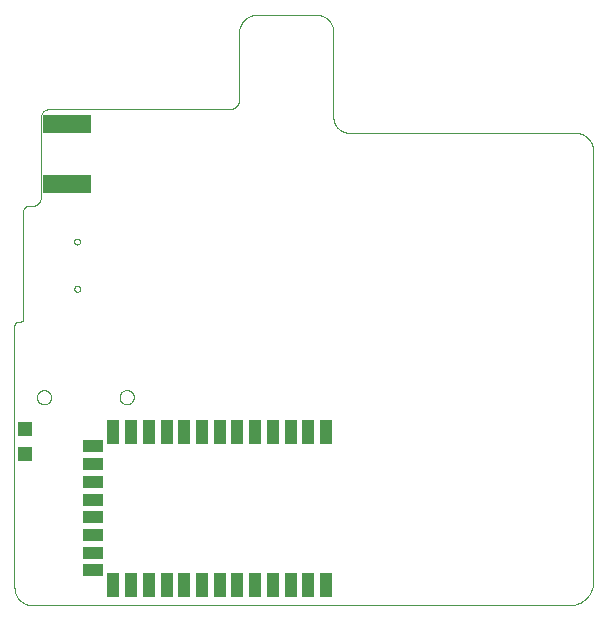
<source format=gbp>
G75*
%MOIN*%
%OFA0B0*%
%FSLAX25Y25*%
%IPPOS*%
%LPD*%
%AMOC8*
5,1,8,0,0,1.08239X$1,22.5*
%
%ADD10C,0.00000*%
%ADD11R,0.16000X0.06000*%
%ADD12R,0.03937X0.07874*%
%ADD13R,0.07087X0.03937*%
%ADD14R,0.04724X0.04724*%
D10*
X0011250Y0006926D02*
X0011250Y0094284D01*
X0011252Y0094353D01*
X0011258Y0094422D01*
X0011267Y0094491D01*
X0011281Y0094559D01*
X0011298Y0094626D01*
X0011319Y0094692D01*
X0011344Y0094757D01*
X0011372Y0094820D01*
X0011404Y0094882D01*
X0011439Y0094942D01*
X0011478Y0094999D01*
X0011520Y0095055D01*
X0011564Y0095108D01*
X0011612Y0095158D01*
X0011662Y0095206D01*
X0011715Y0095250D01*
X0011771Y0095292D01*
X0011828Y0095331D01*
X0011888Y0095366D01*
X0011950Y0095398D01*
X0012013Y0095426D01*
X0012078Y0095451D01*
X0012144Y0095472D01*
X0012211Y0095489D01*
X0012279Y0095503D01*
X0012348Y0095512D01*
X0012417Y0095518D01*
X0012486Y0095520D01*
X0013194Y0095520D01*
X0013252Y0095522D01*
X0013310Y0095528D01*
X0013368Y0095537D01*
X0013425Y0095550D01*
X0013480Y0095567D01*
X0013535Y0095588D01*
X0013588Y0095612D01*
X0013640Y0095639D01*
X0013689Y0095670D01*
X0013736Y0095704D01*
X0013781Y0095741D01*
X0013824Y0095781D01*
X0013864Y0095824D01*
X0013901Y0095869D01*
X0013935Y0095916D01*
X0013966Y0095966D01*
X0013993Y0096017D01*
X0014017Y0096070D01*
X0014038Y0096125D01*
X0014055Y0096180D01*
X0014068Y0096237D01*
X0014077Y0096295D01*
X0014083Y0096353D01*
X0014085Y0096411D01*
X0014085Y0132185D01*
X0014087Y0132271D01*
X0014093Y0132357D01*
X0014102Y0132442D01*
X0014116Y0132527D01*
X0014133Y0132612D01*
X0014154Y0132695D01*
X0014179Y0132777D01*
X0014207Y0132859D01*
X0014239Y0132938D01*
X0014275Y0133017D01*
X0014314Y0133093D01*
X0014356Y0133168D01*
X0014402Y0133241D01*
X0014451Y0133312D01*
X0014503Y0133380D01*
X0014558Y0133446D01*
X0014616Y0133510D01*
X0014677Y0133571D01*
X0014741Y0133629D01*
X0014807Y0133684D01*
X0014875Y0133736D01*
X0014946Y0133785D01*
X0015019Y0133831D01*
X0015094Y0133873D01*
X0015170Y0133912D01*
X0015249Y0133948D01*
X0015328Y0133980D01*
X0015410Y0134008D01*
X0015492Y0134033D01*
X0015575Y0134054D01*
X0015660Y0134071D01*
X0015745Y0134085D01*
X0015830Y0134094D01*
X0015916Y0134100D01*
X0016002Y0134102D01*
X0016956Y0134102D01*
X0017066Y0134104D01*
X0017176Y0134110D01*
X0017285Y0134119D01*
X0017395Y0134133D01*
X0017503Y0134150D01*
X0017611Y0134171D01*
X0017719Y0134196D01*
X0017825Y0134224D01*
X0017930Y0134256D01*
X0018034Y0134292D01*
X0018137Y0134332D01*
X0018238Y0134375D01*
X0018338Y0134421D01*
X0018436Y0134471D01*
X0018532Y0134524D01*
X0018626Y0134581D01*
X0018719Y0134641D01*
X0018809Y0134704D01*
X0018897Y0134770D01*
X0018982Y0134839D01*
X0019065Y0134912D01*
X0019146Y0134987D01*
X0019223Y0135064D01*
X0019298Y0135145D01*
X0019371Y0135228D01*
X0019440Y0135313D01*
X0019506Y0135401D01*
X0019569Y0135491D01*
X0019629Y0135584D01*
X0019686Y0135678D01*
X0019739Y0135774D01*
X0019789Y0135872D01*
X0019835Y0135972D01*
X0019878Y0136073D01*
X0019918Y0136176D01*
X0019954Y0136280D01*
X0019986Y0136385D01*
X0020014Y0136491D01*
X0020039Y0136599D01*
X0020060Y0136707D01*
X0020077Y0136815D01*
X0020091Y0136925D01*
X0020100Y0137034D01*
X0020106Y0137144D01*
X0020108Y0137254D01*
X0020108Y0163755D01*
X0020110Y0163856D01*
X0020116Y0163957D01*
X0020126Y0164057D01*
X0020139Y0164157D01*
X0020157Y0164256D01*
X0020178Y0164355D01*
X0020203Y0164453D01*
X0020231Y0164549D01*
X0020264Y0164645D01*
X0020300Y0164739D01*
X0020339Y0164832D01*
X0020382Y0164923D01*
X0020429Y0165012D01*
X0020479Y0165100D01*
X0020532Y0165186D01*
X0020588Y0165269D01*
X0020648Y0165351D01*
X0020711Y0165429D01*
X0020776Y0165506D01*
X0020845Y0165580D01*
X0020916Y0165651D01*
X0020990Y0165720D01*
X0021067Y0165785D01*
X0021146Y0165848D01*
X0021227Y0165907D01*
X0021311Y0165964D01*
X0021397Y0166017D01*
X0021484Y0166067D01*
X0021574Y0166113D01*
X0021665Y0166156D01*
X0021758Y0166196D01*
X0021852Y0166231D01*
X0021948Y0166264D01*
X0022044Y0166292D01*
X0022142Y0166317D01*
X0022241Y0166338D01*
X0022340Y0166355D01*
X0022440Y0166369D01*
X0022540Y0166378D01*
X0022641Y0166384D01*
X0022742Y0166386D01*
X0082985Y0166386D01*
X0083095Y0166388D01*
X0083204Y0166394D01*
X0083313Y0166404D01*
X0083422Y0166417D01*
X0083530Y0166435D01*
X0083637Y0166456D01*
X0083744Y0166481D01*
X0083849Y0166510D01*
X0083954Y0166543D01*
X0084057Y0166579D01*
X0084159Y0166620D01*
X0084259Y0166663D01*
X0084358Y0166711D01*
X0084455Y0166761D01*
X0084551Y0166815D01*
X0084644Y0166873D01*
X0084735Y0166934D01*
X0084824Y0166998D01*
X0084910Y0167065D01*
X0084994Y0167135D01*
X0085076Y0167209D01*
X0085154Y0167285D01*
X0085230Y0167363D01*
X0085304Y0167445D01*
X0085374Y0167529D01*
X0085441Y0167615D01*
X0085505Y0167704D01*
X0085566Y0167795D01*
X0085624Y0167888D01*
X0085678Y0167984D01*
X0085728Y0168081D01*
X0085776Y0168180D01*
X0085819Y0168280D01*
X0085860Y0168382D01*
X0085896Y0168485D01*
X0085929Y0168590D01*
X0085958Y0168695D01*
X0085983Y0168802D01*
X0086004Y0168909D01*
X0086022Y0169017D01*
X0086035Y0169126D01*
X0086045Y0169235D01*
X0086051Y0169344D01*
X0086053Y0169454D01*
X0086053Y0191669D01*
X0086055Y0191824D01*
X0086061Y0191979D01*
X0086070Y0192133D01*
X0086084Y0192288D01*
X0086101Y0192442D01*
X0086122Y0192595D01*
X0086147Y0192748D01*
X0086176Y0192900D01*
X0086209Y0193052D01*
X0086245Y0193202D01*
X0086285Y0193352D01*
X0086329Y0193500D01*
X0086377Y0193648D01*
X0086428Y0193794D01*
X0086482Y0193939D01*
X0086541Y0194082D01*
X0086603Y0194224D01*
X0086668Y0194365D01*
X0086737Y0194503D01*
X0086810Y0194640D01*
X0086885Y0194775D01*
X0086965Y0194909D01*
X0087047Y0195040D01*
X0087133Y0195169D01*
X0087221Y0195296D01*
X0087313Y0195420D01*
X0087408Y0195543D01*
X0087507Y0195663D01*
X0087608Y0195780D01*
X0087712Y0195895D01*
X0087818Y0196007D01*
X0087928Y0196117D01*
X0088040Y0196223D01*
X0088155Y0196327D01*
X0088272Y0196428D01*
X0088392Y0196527D01*
X0088515Y0196622D01*
X0088639Y0196714D01*
X0088766Y0196802D01*
X0088895Y0196888D01*
X0089026Y0196970D01*
X0089159Y0197050D01*
X0089295Y0197125D01*
X0089432Y0197198D01*
X0089570Y0197267D01*
X0089711Y0197332D01*
X0089853Y0197394D01*
X0089996Y0197453D01*
X0090141Y0197507D01*
X0090287Y0197558D01*
X0090435Y0197606D01*
X0090583Y0197650D01*
X0090733Y0197690D01*
X0090883Y0197726D01*
X0091035Y0197759D01*
X0091187Y0197788D01*
X0091340Y0197813D01*
X0091493Y0197834D01*
X0091647Y0197851D01*
X0091802Y0197865D01*
X0091956Y0197874D01*
X0092111Y0197880D01*
X0092266Y0197882D01*
X0111769Y0197882D01*
X0111920Y0197880D01*
X0112072Y0197874D01*
X0112222Y0197864D01*
X0112373Y0197850D01*
X0112523Y0197833D01*
X0112673Y0197811D01*
X0112822Y0197785D01*
X0112971Y0197756D01*
X0113118Y0197722D01*
X0113265Y0197685D01*
X0113411Y0197644D01*
X0113555Y0197599D01*
X0113698Y0197550D01*
X0113840Y0197498D01*
X0113981Y0197442D01*
X0114120Y0197382D01*
X0114257Y0197319D01*
X0114393Y0197252D01*
X0114527Y0197182D01*
X0114659Y0197108D01*
X0114789Y0197030D01*
X0114917Y0196950D01*
X0115043Y0196865D01*
X0115166Y0196778D01*
X0115288Y0196688D01*
X0115406Y0196594D01*
X0115523Y0196497D01*
X0115637Y0196397D01*
X0115748Y0196295D01*
X0115856Y0196189D01*
X0115962Y0196081D01*
X0116064Y0195970D01*
X0116164Y0195856D01*
X0116261Y0195739D01*
X0116355Y0195621D01*
X0116445Y0195499D01*
X0116532Y0195376D01*
X0116617Y0195250D01*
X0116697Y0195122D01*
X0116775Y0194992D01*
X0116849Y0194860D01*
X0116919Y0194726D01*
X0116986Y0194590D01*
X0117049Y0194453D01*
X0117109Y0194314D01*
X0117165Y0194173D01*
X0117217Y0194031D01*
X0117266Y0193888D01*
X0117311Y0193744D01*
X0117352Y0193598D01*
X0117389Y0193451D01*
X0117423Y0193304D01*
X0117452Y0193155D01*
X0117478Y0193006D01*
X0117500Y0192856D01*
X0117517Y0192706D01*
X0117531Y0192555D01*
X0117541Y0192405D01*
X0117547Y0192253D01*
X0117549Y0192102D01*
X0117549Y0163780D01*
X0117551Y0163637D01*
X0117557Y0163495D01*
X0117566Y0163352D01*
X0117580Y0163210D01*
X0117597Y0163069D01*
X0117618Y0162928D01*
X0117643Y0162787D01*
X0117672Y0162647D01*
X0117705Y0162508D01*
X0117741Y0162370D01*
X0117781Y0162233D01*
X0117825Y0162098D01*
X0117872Y0161963D01*
X0117923Y0161830D01*
X0117978Y0161698D01*
X0118036Y0161568D01*
X0118098Y0161439D01*
X0118163Y0161312D01*
X0118231Y0161187D01*
X0118303Y0161064D01*
X0118378Y0160942D01*
X0118457Y0160823D01*
X0118539Y0160706D01*
X0118623Y0160591D01*
X0118711Y0160479D01*
X0118802Y0160369D01*
X0118896Y0160261D01*
X0118993Y0160157D01*
X0119092Y0160054D01*
X0119195Y0159955D01*
X0119299Y0159858D01*
X0119407Y0159764D01*
X0119517Y0159673D01*
X0119629Y0159585D01*
X0119744Y0159501D01*
X0119861Y0159419D01*
X0119980Y0159340D01*
X0120102Y0159265D01*
X0120225Y0159193D01*
X0120350Y0159125D01*
X0120477Y0159060D01*
X0120606Y0158998D01*
X0120736Y0158940D01*
X0120868Y0158885D01*
X0121001Y0158834D01*
X0121136Y0158787D01*
X0121271Y0158743D01*
X0121408Y0158703D01*
X0121546Y0158667D01*
X0121685Y0158634D01*
X0121825Y0158605D01*
X0121966Y0158580D01*
X0122107Y0158559D01*
X0122248Y0158542D01*
X0122390Y0158528D01*
X0122533Y0158519D01*
X0122675Y0158513D01*
X0122818Y0158511D01*
X0122818Y0158512D02*
X0198035Y0158512D01*
X0198190Y0158510D01*
X0198345Y0158504D01*
X0198500Y0158494D01*
X0198655Y0158481D01*
X0198809Y0158463D01*
X0198963Y0158441D01*
X0199116Y0158416D01*
X0199269Y0158387D01*
X0199420Y0158353D01*
X0199571Y0158316D01*
X0199721Y0158276D01*
X0199870Y0158231D01*
X0200017Y0158183D01*
X0200164Y0158130D01*
X0200309Y0158075D01*
X0200452Y0158015D01*
X0200594Y0157952D01*
X0200734Y0157886D01*
X0200873Y0157816D01*
X0201009Y0157742D01*
X0201144Y0157665D01*
X0201277Y0157584D01*
X0201408Y0157501D01*
X0201536Y0157413D01*
X0201663Y0157323D01*
X0201787Y0157230D01*
X0201908Y0157133D01*
X0202027Y0157033D01*
X0202144Y0156931D01*
X0202258Y0156825D01*
X0202369Y0156717D01*
X0202477Y0156606D01*
X0202583Y0156492D01*
X0202685Y0156375D01*
X0202785Y0156256D01*
X0202882Y0156135D01*
X0202975Y0156011D01*
X0203065Y0155884D01*
X0203153Y0155756D01*
X0203236Y0155625D01*
X0203317Y0155492D01*
X0203394Y0155357D01*
X0203468Y0155221D01*
X0203538Y0155082D01*
X0203604Y0154942D01*
X0203667Y0154800D01*
X0203727Y0154657D01*
X0203782Y0154512D01*
X0203835Y0154365D01*
X0203883Y0154218D01*
X0203928Y0154069D01*
X0203968Y0153919D01*
X0204005Y0153768D01*
X0204039Y0153617D01*
X0204068Y0153464D01*
X0204093Y0153311D01*
X0204115Y0153157D01*
X0204133Y0153003D01*
X0204146Y0152848D01*
X0204156Y0152693D01*
X0204162Y0152538D01*
X0204164Y0152383D01*
X0204163Y0152383D02*
X0204163Y0008939D01*
X0204161Y0008748D01*
X0204154Y0008557D01*
X0204142Y0008366D01*
X0204126Y0008176D01*
X0204105Y0007986D01*
X0204080Y0007797D01*
X0204050Y0007608D01*
X0204016Y0007420D01*
X0203977Y0007233D01*
X0203933Y0007047D01*
X0203885Y0006862D01*
X0203833Y0006678D01*
X0203776Y0006496D01*
X0203715Y0006315D01*
X0203649Y0006135D01*
X0203579Y0005957D01*
X0203505Y0005781D01*
X0203427Y0005607D01*
X0203344Y0005435D01*
X0203257Y0005264D01*
X0203166Y0005096D01*
X0203072Y0004930D01*
X0202973Y0004767D01*
X0202870Y0004606D01*
X0202763Y0004447D01*
X0202653Y0004291D01*
X0202539Y0004138D01*
X0202421Y0003988D01*
X0202299Y0003840D01*
X0202174Y0003696D01*
X0202046Y0003554D01*
X0201914Y0003416D01*
X0201779Y0003281D01*
X0201641Y0003149D01*
X0201499Y0003021D01*
X0201355Y0002896D01*
X0201207Y0002774D01*
X0201057Y0002656D01*
X0200904Y0002542D01*
X0200748Y0002432D01*
X0200589Y0002325D01*
X0200428Y0002222D01*
X0200265Y0002123D01*
X0200099Y0002029D01*
X0199931Y0001938D01*
X0199760Y0001851D01*
X0199588Y0001768D01*
X0199414Y0001690D01*
X0199238Y0001616D01*
X0199060Y0001546D01*
X0198880Y0001480D01*
X0198699Y0001419D01*
X0198517Y0001362D01*
X0198333Y0001310D01*
X0198148Y0001262D01*
X0197962Y0001218D01*
X0197775Y0001179D01*
X0197587Y0001145D01*
X0197398Y0001115D01*
X0197209Y0001090D01*
X0197019Y0001069D01*
X0196829Y0001053D01*
X0196638Y0001041D01*
X0196447Y0001034D01*
X0196256Y0001032D01*
X0196256Y0001031D02*
X0017145Y0001031D01*
X0016993Y0001033D01*
X0016842Y0001039D01*
X0016690Y0001049D01*
X0016539Y0001062D01*
X0016388Y0001080D01*
X0016238Y0001101D01*
X0016088Y0001127D01*
X0015939Y0001156D01*
X0015791Y0001189D01*
X0015644Y0001225D01*
X0015497Y0001266D01*
X0015352Y0001310D01*
X0015208Y0001358D01*
X0015066Y0001410D01*
X0014924Y0001465D01*
X0014784Y0001524D01*
X0014646Y0001587D01*
X0014509Y0001653D01*
X0014374Y0001723D01*
X0014241Y0001796D01*
X0014110Y0001872D01*
X0013981Y0001952D01*
X0013854Y0002035D01*
X0013729Y0002121D01*
X0013607Y0002211D01*
X0013487Y0002304D01*
X0013369Y0002399D01*
X0013253Y0002498D01*
X0013141Y0002600D01*
X0013031Y0002704D01*
X0012923Y0002812D01*
X0012819Y0002922D01*
X0012717Y0003034D01*
X0012618Y0003150D01*
X0012523Y0003268D01*
X0012430Y0003388D01*
X0012340Y0003510D01*
X0012254Y0003635D01*
X0012171Y0003762D01*
X0012091Y0003891D01*
X0012015Y0004022D01*
X0011942Y0004155D01*
X0011872Y0004290D01*
X0011806Y0004427D01*
X0011743Y0004565D01*
X0011684Y0004705D01*
X0011629Y0004847D01*
X0011577Y0004989D01*
X0011529Y0005133D01*
X0011485Y0005278D01*
X0011444Y0005425D01*
X0011408Y0005572D01*
X0011375Y0005720D01*
X0011346Y0005869D01*
X0011320Y0006019D01*
X0011299Y0006169D01*
X0011281Y0006320D01*
X0011268Y0006471D01*
X0011258Y0006623D01*
X0011252Y0006774D01*
X0011250Y0006926D01*
X0018731Y0070362D02*
X0018733Y0070459D01*
X0018739Y0070556D01*
X0018749Y0070652D01*
X0018763Y0070748D01*
X0018781Y0070844D01*
X0018802Y0070938D01*
X0018828Y0071032D01*
X0018857Y0071124D01*
X0018891Y0071215D01*
X0018927Y0071305D01*
X0018968Y0071393D01*
X0019012Y0071479D01*
X0019060Y0071564D01*
X0019111Y0071646D01*
X0019165Y0071727D01*
X0019223Y0071805D01*
X0019284Y0071880D01*
X0019347Y0071953D01*
X0019414Y0072024D01*
X0019484Y0072091D01*
X0019556Y0072156D01*
X0019631Y0072217D01*
X0019709Y0072276D01*
X0019788Y0072331D01*
X0019870Y0072383D01*
X0019954Y0072431D01*
X0020040Y0072476D01*
X0020128Y0072518D01*
X0020217Y0072556D01*
X0020308Y0072590D01*
X0020400Y0072620D01*
X0020493Y0072647D01*
X0020588Y0072669D01*
X0020683Y0072688D01*
X0020779Y0072703D01*
X0020875Y0072714D01*
X0020972Y0072721D01*
X0021069Y0072724D01*
X0021166Y0072723D01*
X0021263Y0072718D01*
X0021359Y0072709D01*
X0021455Y0072696D01*
X0021551Y0072679D01*
X0021646Y0072658D01*
X0021739Y0072634D01*
X0021832Y0072605D01*
X0021924Y0072573D01*
X0022014Y0072537D01*
X0022102Y0072498D01*
X0022189Y0072454D01*
X0022274Y0072408D01*
X0022357Y0072357D01*
X0022438Y0072304D01*
X0022516Y0072247D01*
X0022593Y0072187D01*
X0022666Y0072124D01*
X0022737Y0072058D01*
X0022805Y0071989D01*
X0022871Y0071917D01*
X0022933Y0071843D01*
X0022992Y0071766D01*
X0023048Y0071687D01*
X0023101Y0071605D01*
X0023151Y0071522D01*
X0023196Y0071436D01*
X0023239Y0071349D01*
X0023278Y0071260D01*
X0023313Y0071170D01*
X0023344Y0071078D01*
X0023371Y0070985D01*
X0023395Y0070891D01*
X0023415Y0070796D01*
X0023431Y0070700D01*
X0023443Y0070604D01*
X0023451Y0070507D01*
X0023455Y0070410D01*
X0023455Y0070314D01*
X0023451Y0070217D01*
X0023443Y0070120D01*
X0023431Y0070024D01*
X0023415Y0069928D01*
X0023395Y0069833D01*
X0023371Y0069739D01*
X0023344Y0069646D01*
X0023313Y0069554D01*
X0023278Y0069464D01*
X0023239Y0069375D01*
X0023196Y0069288D01*
X0023151Y0069202D01*
X0023101Y0069119D01*
X0023048Y0069037D01*
X0022992Y0068958D01*
X0022933Y0068881D01*
X0022871Y0068807D01*
X0022805Y0068735D01*
X0022737Y0068666D01*
X0022666Y0068600D01*
X0022593Y0068537D01*
X0022516Y0068477D01*
X0022438Y0068420D01*
X0022357Y0068367D01*
X0022274Y0068316D01*
X0022189Y0068270D01*
X0022102Y0068226D01*
X0022014Y0068187D01*
X0021924Y0068151D01*
X0021832Y0068119D01*
X0021739Y0068090D01*
X0021646Y0068066D01*
X0021551Y0068045D01*
X0021455Y0068028D01*
X0021359Y0068015D01*
X0021263Y0068006D01*
X0021166Y0068001D01*
X0021069Y0068000D01*
X0020972Y0068003D01*
X0020875Y0068010D01*
X0020779Y0068021D01*
X0020683Y0068036D01*
X0020588Y0068055D01*
X0020493Y0068077D01*
X0020400Y0068104D01*
X0020308Y0068134D01*
X0020217Y0068168D01*
X0020128Y0068206D01*
X0020040Y0068248D01*
X0019954Y0068293D01*
X0019870Y0068341D01*
X0019788Y0068393D01*
X0019709Y0068448D01*
X0019631Y0068507D01*
X0019556Y0068568D01*
X0019484Y0068633D01*
X0019414Y0068700D01*
X0019347Y0068771D01*
X0019284Y0068844D01*
X0019223Y0068919D01*
X0019165Y0068997D01*
X0019111Y0069078D01*
X0019060Y0069160D01*
X0019012Y0069245D01*
X0018968Y0069331D01*
X0018927Y0069419D01*
X0018891Y0069509D01*
X0018857Y0069600D01*
X0018828Y0069692D01*
X0018802Y0069786D01*
X0018781Y0069880D01*
X0018763Y0069976D01*
X0018749Y0070072D01*
X0018739Y0070168D01*
X0018733Y0070265D01*
X0018731Y0070362D01*
X0046290Y0070362D02*
X0046292Y0070459D01*
X0046298Y0070556D01*
X0046308Y0070652D01*
X0046322Y0070748D01*
X0046340Y0070844D01*
X0046361Y0070938D01*
X0046387Y0071032D01*
X0046416Y0071124D01*
X0046450Y0071215D01*
X0046486Y0071305D01*
X0046527Y0071393D01*
X0046571Y0071479D01*
X0046619Y0071564D01*
X0046670Y0071646D01*
X0046724Y0071727D01*
X0046782Y0071805D01*
X0046843Y0071880D01*
X0046906Y0071953D01*
X0046973Y0072024D01*
X0047043Y0072091D01*
X0047115Y0072156D01*
X0047190Y0072217D01*
X0047268Y0072276D01*
X0047347Y0072331D01*
X0047429Y0072383D01*
X0047513Y0072431D01*
X0047599Y0072476D01*
X0047687Y0072518D01*
X0047776Y0072556D01*
X0047867Y0072590D01*
X0047959Y0072620D01*
X0048052Y0072647D01*
X0048147Y0072669D01*
X0048242Y0072688D01*
X0048338Y0072703D01*
X0048434Y0072714D01*
X0048531Y0072721D01*
X0048628Y0072724D01*
X0048725Y0072723D01*
X0048822Y0072718D01*
X0048918Y0072709D01*
X0049014Y0072696D01*
X0049110Y0072679D01*
X0049205Y0072658D01*
X0049298Y0072634D01*
X0049391Y0072605D01*
X0049483Y0072573D01*
X0049573Y0072537D01*
X0049661Y0072498D01*
X0049748Y0072454D01*
X0049833Y0072408D01*
X0049916Y0072357D01*
X0049997Y0072304D01*
X0050075Y0072247D01*
X0050152Y0072187D01*
X0050225Y0072124D01*
X0050296Y0072058D01*
X0050364Y0071989D01*
X0050430Y0071917D01*
X0050492Y0071843D01*
X0050551Y0071766D01*
X0050607Y0071687D01*
X0050660Y0071605D01*
X0050710Y0071522D01*
X0050755Y0071436D01*
X0050798Y0071349D01*
X0050837Y0071260D01*
X0050872Y0071170D01*
X0050903Y0071078D01*
X0050930Y0070985D01*
X0050954Y0070891D01*
X0050974Y0070796D01*
X0050990Y0070700D01*
X0051002Y0070604D01*
X0051010Y0070507D01*
X0051014Y0070410D01*
X0051014Y0070314D01*
X0051010Y0070217D01*
X0051002Y0070120D01*
X0050990Y0070024D01*
X0050974Y0069928D01*
X0050954Y0069833D01*
X0050930Y0069739D01*
X0050903Y0069646D01*
X0050872Y0069554D01*
X0050837Y0069464D01*
X0050798Y0069375D01*
X0050755Y0069288D01*
X0050710Y0069202D01*
X0050660Y0069119D01*
X0050607Y0069037D01*
X0050551Y0068958D01*
X0050492Y0068881D01*
X0050430Y0068807D01*
X0050364Y0068735D01*
X0050296Y0068666D01*
X0050225Y0068600D01*
X0050152Y0068537D01*
X0050075Y0068477D01*
X0049997Y0068420D01*
X0049916Y0068367D01*
X0049833Y0068316D01*
X0049748Y0068270D01*
X0049661Y0068226D01*
X0049573Y0068187D01*
X0049483Y0068151D01*
X0049391Y0068119D01*
X0049298Y0068090D01*
X0049205Y0068066D01*
X0049110Y0068045D01*
X0049014Y0068028D01*
X0048918Y0068015D01*
X0048822Y0068006D01*
X0048725Y0068001D01*
X0048628Y0068000D01*
X0048531Y0068003D01*
X0048434Y0068010D01*
X0048338Y0068021D01*
X0048242Y0068036D01*
X0048147Y0068055D01*
X0048052Y0068077D01*
X0047959Y0068104D01*
X0047867Y0068134D01*
X0047776Y0068168D01*
X0047687Y0068206D01*
X0047599Y0068248D01*
X0047513Y0068293D01*
X0047429Y0068341D01*
X0047347Y0068393D01*
X0047268Y0068448D01*
X0047190Y0068507D01*
X0047115Y0068568D01*
X0047043Y0068633D01*
X0046973Y0068700D01*
X0046906Y0068771D01*
X0046843Y0068844D01*
X0046782Y0068919D01*
X0046724Y0068997D01*
X0046670Y0069078D01*
X0046619Y0069160D01*
X0046571Y0069245D01*
X0046527Y0069331D01*
X0046486Y0069419D01*
X0046450Y0069509D01*
X0046416Y0069600D01*
X0046387Y0069692D01*
X0046361Y0069786D01*
X0046340Y0069880D01*
X0046322Y0069976D01*
X0046308Y0070072D01*
X0046298Y0070168D01*
X0046292Y0070265D01*
X0046290Y0070362D01*
X0031172Y0106504D02*
X0031174Y0106566D01*
X0031180Y0106629D01*
X0031190Y0106690D01*
X0031204Y0106751D01*
X0031221Y0106811D01*
X0031242Y0106870D01*
X0031268Y0106927D01*
X0031296Y0106982D01*
X0031328Y0107036D01*
X0031364Y0107087D01*
X0031402Y0107137D01*
X0031444Y0107183D01*
X0031488Y0107227D01*
X0031536Y0107268D01*
X0031585Y0107306D01*
X0031637Y0107340D01*
X0031691Y0107371D01*
X0031747Y0107399D01*
X0031805Y0107423D01*
X0031864Y0107444D01*
X0031924Y0107460D01*
X0031985Y0107473D01*
X0032047Y0107482D01*
X0032109Y0107487D01*
X0032172Y0107488D01*
X0032234Y0107485D01*
X0032296Y0107478D01*
X0032358Y0107467D01*
X0032418Y0107452D01*
X0032478Y0107434D01*
X0032536Y0107412D01*
X0032593Y0107386D01*
X0032648Y0107356D01*
X0032701Y0107323D01*
X0032752Y0107287D01*
X0032800Y0107248D01*
X0032846Y0107205D01*
X0032889Y0107160D01*
X0032929Y0107112D01*
X0032966Y0107062D01*
X0033000Y0107009D01*
X0033031Y0106955D01*
X0033057Y0106899D01*
X0033081Y0106841D01*
X0033100Y0106781D01*
X0033116Y0106721D01*
X0033128Y0106659D01*
X0033136Y0106598D01*
X0033140Y0106535D01*
X0033140Y0106473D01*
X0033136Y0106410D01*
X0033128Y0106349D01*
X0033116Y0106287D01*
X0033100Y0106227D01*
X0033081Y0106167D01*
X0033057Y0106109D01*
X0033031Y0106053D01*
X0033000Y0105999D01*
X0032966Y0105946D01*
X0032929Y0105896D01*
X0032889Y0105848D01*
X0032846Y0105803D01*
X0032800Y0105760D01*
X0032752Y0105721D01*
X0032701Y0105685D01*
X0032648Y0105652D01*
X0032593Y0105622D01*
X0032536Y0105596D01*
X0032478Y0105574D01*
X0032418Y0105556D01*
X0032358Y0105541D01*
X0032296Y0105530D01*
X0032234Y0105523D01*
X0032172Y0105520D01*
X0032109Y0105521D01*
X0032047Y0105526D01*
X0031985Y0105535D01*
X0031924Y0105548D01*
X0031864Y0105564D01*
X0031805Y0105585D01*
X0031747Y0105609D01*
X0031691Y0105637D01*
X0031637Y0105668D01*
X0031585Y0105702D01*
X0031536Y0105740D01*
X0031488Y0105781D01*
X0031444Y0105825D01*
X0031402Y0105871D01*
X0031364Y0105921D01*
X0031328Y0105972D01*
X0031296Y0106026D01*
X0031268Y0106081D01*
X0031242Y0106138D01*
X0031221Y0106197D01*
X0031204Y0106257D01*
X0031190Y0106318D01*
X0031180Y0106379D01*
X0031174Y0106442D01*
X0031172Y0106504D01*
X0031172Y0122252D02*
X0031174Y0122314D01*
X0031180Y0122377D01*
X0031190Y0122438D01*
X0031204Y0122499D01*
X0031221Y0122559D01*
X0031242Y0122618D01*
X0031268Y0122675D01*
X0031296Y0122730D01*
X0031328Y0122784D01*
X0031364Y0122835D01*
X0031402Y0122885D01*
X0031444Y0122931D01*
X0031488Y0122975D01*
X0031536Y0123016D01*
X0031585Y0123054D01*
X0031637Y0123088D01*
X0031691Y0123119D01*
X0031747Y0123147D01*
X0031805Y0123171D01*
X0031864Y0123192D01*
X0031924Y0123208D01*
X0031985Y0123221D01*
X0032047Y0123230D01*
X0032109Y0123235D01*
X0032172Y0123236D01*
X0032234Y0123233D01*
X0032296Y0123226D01*
X0032358Y0123215D01*
X0032418Y0123200D01*
X0032478Y0123182D01*
X0032536Y0123160D01*
X0032593Y0123134D01*
X0032648Y0123104D01*
X0032701Y0123071D01*
X0032752Y0123035D01*
X0032800Y0122996D01*
X0032846Y0122953D01*
X0032889Y0122908D01*
X0032929Y0122860D01*
X0032966Y0122810D01*
X0033000Y0122757D01*
X0033031Y0122703D01*
X0033057Y0122647D01*
X0033081Y0122589D01*
X0033100Y0122529D01*
X0033116Y0122469D01*
X0033128Y0122407D01*
X0033136Y0122346D01*
X0033140Y0122283D01*
X0033140Y0122221D01*
X0033136Y0122158D01*
X0033128Y0122097D01*
X0033116Y0122035D01*
X0033100Y0121975D01*
X0033081Y0121915D01*
X0033057Y0121857D01*
X0033031Y0121801D01*
X0033000Y0121747D01*
X0032966Y0121694D01*
X0032929Y0121644D01*
X0032889Y0121596D01*
X0032846Y0121551D01*
X0032800Y0121508D01*
X0032752Y0121469D01*
X0032701Y0121433D01*
X0032648Y0121400D01*
X0032593Y0121370D01*
X0032536Y0121344D01*
X0032478Y0121322D01*
X0032418Y0121304D01*
X0032358Y0121289D01*
X0032296Y0121278D01*
X0032234Y0121271D01*
X0032172Y0121268D01*
X0032109Y0121269D01*
X0032047Y0121274D01*
X0031985Y0121283D01*
X0031924Y0121296D01*
X0031864Y0121312D01*
X0031805Y0121333D01*
X0031747Y0121357D01*
X0031691Y0121385D01*
X0031637Y0121416D01*
X0031585Y0121450D01*
X0031536Y0121488D01*
X0031488Y0121529D01*
X0031444Y0121573D01*
X0031402Y0121619D01*
X0031364Y0121669D01*
X0031328Y0121720D01*
X0031296Y0121774D01*
X0031268Y0121829D01*
X0031242Y0121886D01*
X0031221Y0121945D01*
X0031204Y0122005D01*
X0031190Y0122066D01*
X0031180Y0122127D01*
X0031174Y0122190D01*
X0031172Y0122252D01*
D11*
X0028612Y0141307D03*
X0028612Y0161307D03*
D12*
X0044242Y0058906D03*
X0050148Y0058906D03*
X0056053Y0058906D03*
X0061959Y0058906D03*
X0067864Y0058906D03*
X0073770Y0058906D03*
X0079675Y0058906D03*
X0085581Y0058906D03*
X0091486Y0058906D03*
X0097392Y0058906D03*
X0103297Y0058906D03*
X0109203Y0058906D03*
X0115108Y0058906D03*
X0115108Y0007724D03*
X0109203Y0007724D03*
X0103297Y0007724D03*
X0097392Y0007724D03*
X0091486Y0007724D03*
X0085581Y0007724D03*
X0079675Y0007724D03*
X0073770Y0007724D03*
X0067864Y0007724D03*
X0061959Y0007724D03*
X0056053Y0007724D03*
X0050148Y0007724D03*
X0044242Y0007724D03*
D13*
X0037352Y0012646D03*
X0037352Y0018551D03*
X0037352Y0024457D03*
X0037352Y0030362D03*
X0037352Y0036268D03*
X0037352Y0042173D03*
X0037352Y0048079D03*
X0037352Y0053984D03*
D14*
X0014872Y0051543D03*
X0014872Y0059811D03*
M02*

</source>
